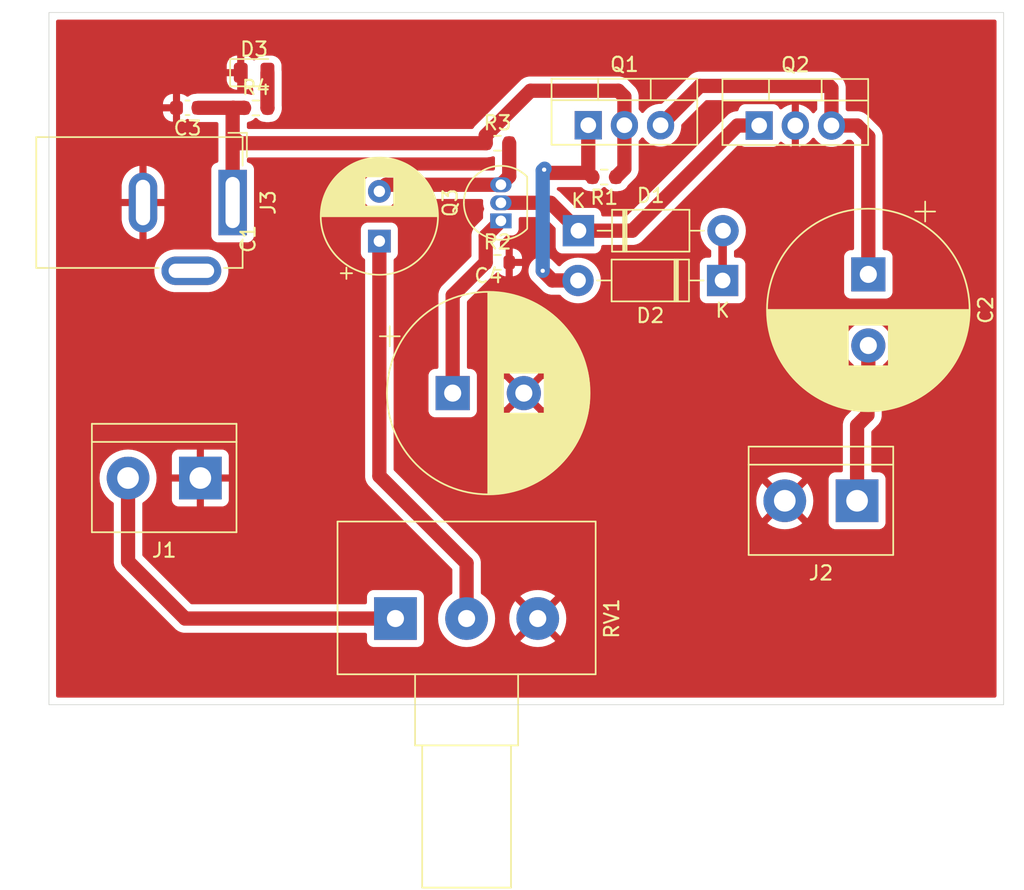
<source format=kicad_pcb>
(kicad_pcb (version 20240108) (generator "pcbnew") (generator_version "8.0")
  (layers (0 "F.Cu" signal) (31 "B.Cu" signal) (34 "B.Paste" user) (35 "F.Paste" user) (36 "B.SilkS" user "B.Silkscreen") (37 "F.SilkS" user "F.Silkscreen") (38 "B.Mask" user) (39 "F.Mask" user) (44 "Edge.Cuts" user))
  (net 0 "")
  (net 1 "Net-(Q3-B)")
  (net 2 "Net-(C1-Pad1)")
  (net 3 "Net-(J2-Pin_1)")
  (net 4 "Net-(Q1-E)")
  (net 5 "+5V")
  (net 6 "GND")
  (net 7 "Net-(D1-K)")
  (net 8 "Net-(D1-A)")
  (net 9 "Net-(D2-A)")
  (net 10 "Net-(D3-A)")
  (net 11 "Net-(Q3-E)")
  (net 12 "Net-(J1-Pin_2)")
  (footprint "Connector_BarrelJack:BarrelJack_GCT_DCJ200-10-A_Horizontal" (layer "F.Cu") (at 162.18 106.18 -90)
    (property "Reference" "J3" (at 0 -2.5 90) (layer "F.SilkS"))
    (property "Value" "Jack-DC")
    (pad "1" thru_hole rect (at 0 0 270) (size 4.6 2) (drill oval 3.6 1) (layers "*.Cu" "*.Mask") (net 5 "+5V"))
    (pad "2" thru_hole oval (at 0 6.3 270) (size 4.2 2) (drill oval 3.2 1) (layers "*.Cu" "*.Mask") (net 6 "GND"))
    (pad "3" thru_hole oval (at 4.8 2.9 270) (size 2 4.2) (drill oval 1 3.2) (layers "*.Cu" "*.Mask"))
  )
  (footprint "Resistor_SMD:R_0603_1608Metric" (layer "F.Cu") (at 188.29 104.39 180)
    (property "Reference" "R1" (at 0 -1.43 360) (layer "F.SilkS"))
    (property "Value" "1K")
    (pad "1" smd roundrect (at -0.825 0 180) (size 0.8 0.95) (layers "F.Cu" "F.Paste" "F.Mask") (net 5 "+5V"))
    (pad "2" smd roundrect (at 0.825 0 180) (size 0.8 0.95) (layers "F.Cu" "F.Paste" "F.Mask") (net 9 "Net-(D2-A)"))
  )
  (footprint "TerminalBlock:TerminalBlock_bornier-2_P5.08mm" (layer "F.Cu") (at 206.06 127.15 180)
    (property "Reference" "J2" (at 2.54 -5.08 360) (layer "F.SilkS"))
    (property "Value" "Screw_Terminal_01x02")
    (pad "1" thru_hole rect (at 0 0 180) (size 3 3) (drill 1.52) (layers "*.Cu" "*.Mask") (net 3 "Net-(J2-Pin_1)"))
    (pad "2" thru_hole circle (at 5.08 0 180) (size 3 3) (drill 1.52) (layers "*.Cu" "*.Mask") (net 6 "GND"))
  )
  (footprint "Capacitor_SMD:C_0603_1608Metric" (layer "F.Cu") (at 159.01 99.52 180)
    (property "Reference" "C3" (at 0 -1.43 360) (layer "F.SilkS"))
    (property "Value" "100nF")
    (pad "1" smd roundrect (at -0.775 0 180) (size 0.9 0.95) (layers "F.Cu" "F.Paste" "F.Mask") (net 5 "+5V"))
    (pad "2" smd roundrect (at 0.775 0 180) (size 0.9 0.95) (layers "F.Cu" "F.Paste" "F.Mask") (net 6 "GND"))
  )
  (footprint "Diode_THT:D_DO-41_SOD81_P10.16mm_Horizontal" (layer "F.Cu") (at 186.48 108.16)
    (property "Reference" "D1" (at 5.08 -2.47 360) (layer "F.SilkS"))
    (property "Value" "1N4001")
    (fp_text user "K" (at 0 -2.1 360) (layer "F.SilkS"))
    (pad "1" thru_hole rect (at 0 0) (size 2.2 2.2) (drill 1.1) (layers "*.Cu" "*.Mask") (net 7 "Net-(D1-K)"))
    (pad "2" thru_hole oval (at 10.16 0) (size 2.2 2.2) (drill 1.1) (layers "*.Cu" "*.Mask") (net 8 "Net-(D1-A)"))
  )
  (footprint "Capacitor_THT:CP_Radial_D8.0mm_P3.50mm" (layer "F.Cu") (at 172.49 108.892651 90)
    (property "Reference" "C1" (at 0.15 -9.22 90) (layer "F.SilkS"))
    (property "Value" "1uF")
    (pad "1" thru_hole rect (at 0 0 90) (size 1.6 1.6) (drill 0.8) (layers "*.Cu" "*.Mask") (net 2 "Net-(C1-Pad1)"))
    (pad "2" thru_hole circle (at 3.5 0 90) (size 1.6 1.6) (drill 0.8) (layers "*.Cu" "*.Mask") (net 1 "Net-(Q3-B)"))
  )
  (footprint "Capacitor_THT:CP_Radial_D14.0mm_P5.00mm" (layer "F.Cu") (at 206.85 111.232272 -90)
    (property "Reference" "C2" (at 2.5 -8.25 90) (layer "F.SilkS"))
    (property "Value" "220uF")
    (pad "1" thru_hole rect (at 0 0 270) (size 2.4 2.4) (drill 1.2) (layers "*.Cu" "*.Mask") (net 4 "Net-(Q1-E)"))
    (pad "2" thru_hole circle (at 5 0 270) (size 2.4 2.4) (drill 1.2) (layers "*.Cu" "*.Mask") (net 3 "Net-(J2-Pin_1)"))
  )
  (footprint "TerminalBlock:TerminalBlock_bornier-2_P5.08mm" (layer "F.Cu") (at 159.91 125.55 180)
    (property "Reference" "J1" (at 2.54 -5.08 360) (layer "F.SilkS"))
    (property "Value" "Screw_Terminal_01x02")
    (pad "1" thru_hole rect (at 0 0 180) (size 3 3) (drill 1.52) (layers "*.Cu" "*.Mask") (net 6 "GND"))
    (pad "2" thru_hole circle (at 5.08 0 180) (size 3 3) (drill 1.52) (layers "*.Cu" "*.Mask") (net 12 "Net-(J1-Pin_2)"))
  )
  (footprint "Diode_THT:D_DO-41_SOD81_P10.16mm_Horizontal" (layer "F.Cu") (at 196.61 111.66 180)
    (property "Reference" "D2" (at 5.08 -2.47 360) (layer "F.SilkS"))
    (property "Value" "1N4001")
    (fp_text user "K" (at 0 -2.1 360) (layer "F.SilkS"))
    (pad "1" thru_hole rect (at 0 0 180) (size 2.2 2.2) (drill 1.1) (layers "*.Cu" "*.Mask") (net 8 "Net-(D1-A)"))
    (pad "2" thru_hole oval (at 10.16 0 180) (size 2.2 2.2) (drill 1.1) (layers "*.Cu" "*.Mask") (net 9 "Net-(D2-A)"))
  )
  (footprint "Package_TO_SOT_THT:TO-220-3_Vertical" (layer "F.Cu") (at 199.18 100.765)
    (property "Reference" "Q2" (at 2.54 -4.27 0) (layer "F.SilkS"))
    (property "Value" "BD244")
    (pad "1" thru_hole rect (at 0 0) (size 1.905 2) (drill 1.1) (layers "*.Cu" "*.Mask") (net 7 "Net-(D1-K)"))
    (pad "2" thru_hole oval (at 2.54 0) (size 1.905 2) (drill 1.1) (layers "*.Cu" "*.Mask") (net 6 "GND"))
    (pad "3" thru_hole oval (at 5.08 0) (size 1.905 2) (drill 1.1) (layers "*.Cu" "*.Mask") (net 4 "Net-(Q1-E)"))
  )
  (footprint "Capacitor_THT:CP_Radial_D14.0mm_P5.00mm" (layer "F.Cu") (at 177.642272 119.58)
    (property "Reference" "C4" (at 2.5 -8.25 0) (layer "F.SilkS"))
    (property "Value" "220uF")
    (pad "1" thru_hole rect (at 0 0) (size 2.4 2.4) (drill 1.2) (layers "*.Cu" "*.Mask") (net 11 "Net-(Q3-E)"))
    (pad "2" thru_hole circle (at 5 0) (size 2.4 2.4) (drill 1.2) (layers "*.Cu" "*.Mask") (net 6 "GND"))
  )
  (footprint "Resistor_SMD:R_0603_1608Metric" (layer "F.Cu") (at 163.81 99.53)
    (property "Reference" "R4" (at 0 -1.43 0) (layer "F.SilkS"))
    (property "Value" "1K")
    (pad "1" smd roundrect (at -0.825 0) (size 0.8 0.95) (layers "F.Cu" "F.Paste" "F.Mask") (net 5 "+5V"))
    (pad "2" smd roundrect (at 0.825 0) (size 0.8 0.95) (layers "F.Cu" "F.Paste" "F.Mask") (net 10 "Net-(D3-A)"))
  )
  (footprint "LED_SMD:LED_0805_2012Metric" (layer "F.Cu") (at 163.6875 97.05)
    (property "Reference" "D3" (at 0 -1.65 0) (layer "F.SilkS"))
    (property "Value" "LED_Small")
    (pad "1" smd roundrect (at -0.9375 0) (size 0.975 1.4) (layers "F.Cu" "F.Paste" "F.Mask") (net 6 "GND"))
    (pad "2" smd roundrect (at 0.9375 0) (size 0.975 1.4) (layers "F.Cu" "F.Paste" "F.Mask") (net 10 "Net-(D3-A)"))
  )
  (footprint "Package_TO_SOT_THT:TO-220-3_Vertical" (layer "F.Cu") (at 187.17 100.745)
    (property "Reference" "Q1" (at 2.54 -4.27 0) (layer "F.SilkS"))
    (property "Value" "BD907")
    (pad "1" thru_hole rect (at 0 0) (size 1.905 2) (drill 1.1) (layers "*.Cu" "*.Mask") (net 9 "Net-(D2-A)"))
    (pad "2" thru_hole oval (at 2.54 0) (size 1.905 2) (drill 1.1) (layers "*.Cu" "*.Mask") (net 5 "+5V"))
    (pad "3" thru_hole oval (at 5.08 0) (size 1.905 2) (drill 1.1) (layers "*.Cu" "*.Mask") (net 4 "Net-(Q1-E)"))
  )
  (footprint "Potentiometer_THT:Potentiometer_Alps_RK163_Single_Horizontal" (layer "F.Cu") (at 173.62 135.43 90)
    (property "Reference" "RV1" (at 0 15.2 90) (layer "F.SilkS"))
    (property "Value" "10K")
    (pad "1" thru_hole rect (at 0 0 270) (size 3 3) (drill 1.2) (layers "*.Cu" "*.Mask") (net 12 "Net-(J1-Pin_2)"))
    (pad "2" thru_hole circle (at 0 5 270) (size 3 3) (drill 1.2) (layers "*.Cu" "*.Mask") (net 2 "Net-(C1-Pad1)"))
    (pad "3" thru_hole circle (at 0 10 270) (size 3 3) (drill 1.2) (layers "*.Cu" "*.Mask") (net 6 "GND"))
  )
  (footprint "Resistor_SMD:R_0603_1608Metric" (layer "F.Cu") (at 180.79 102.01)
    (property "Reference" "R3" (at 0 -1.43 0) (layer "F.SilkS"))
    (property "Value" "150K")
    (pad "1" smd roundrect (at -0.825 0) (size 0.8 0.95) (layers "F.Cu" "F.Paste" "F.Mask") (net 5 "+5V"))
    (pad "2" smd roundrect (at 0.825 0) (size 0.8 0.95) (layers "F.Cu" "F.Paste" "F.Mask") (net 1 "Net-(Q3-B)"))
  )
  (footprint "Resistor_SMD:R_0603_1608Metric" (layer "F.Cu") (at 180.79 110.39)
    (property "Reference" "R2" (at 0 -1.43 0) (layer "F.SilkS"))
    (property "Value" "100R")
    (pad "1" smd roundrect (at -0.825 0) (size 0.8 0.95) (layers "F.Cu" "F.Paste" "F.Mask") (net 11 "Net-(Q3-E)"))
    (pad "2" smd roundrect (at 0.825 0) (size 0.8 0.95) (layers "F.Cu" "F.Paste" "F.Mask") (net 6 "GND"))
  )
  (footprint "Package_TO_SOT_THT:TO-92_Inline" (layer "F.Cu") (at 181.03 107.47 90)
    (property "Reference" "Q3" (at 1.27 -3.56 90) (layer "F.SilkS"))
    (property "Value" "2SC1815")
    (pad "1" thru_hole rect (at 0 0 90) (size 1.05 1.5) (drill 0.75) (layers "*.Cu" "*.Mask") (net 11 "Net-(Q3-E)"))
    (pad "2" thru_hole oval (at 1.27 0 90) (size 1.05 1.5) (drill 0.75) (layers "*.Cu" "*.Mask") (net 7 "Net-(D1-K)"))
    (pad "3" thru_hole oval (at 2.54 0 90) (size 1.05 1.5) (drill 0.75) (layers "*.Cu" "*.Mask") (net 1 "Net-(Q3-B)"))
  )
  (gr_rect (start 149.27 92.82) (end 216.36 141.49) (stroke (width 0.05)) (fill none) (layer "Edge.Cuts"))
  (segment (start 181.615 102.01) (end 181.615 104.345) (width 1) (layer "F.Cu") (net 1))
  (segment (start 181.03 104.93) (end 172.952651 104.93) (width 1) (layer "F.Cu") (net 1))
  (segment (start 172.952651 104.93) (end 172.49 105.392651) (width 1) (layer "F.Cu") (net 1))
  (segment (start 181.615 104.345) (end 181.03 104.93) (width 1) (layer "F.Cu") (net 1))
  (segment (start 172.49 108.892651) (end 172.49 125.41) (width 1) (layer "F.Cu") (net 2))
  (segment (start 172.49 125.41) (end 178.62 131.54) (width 1) (layer "F.Cu") (net 2))
  (segment (start 178.62 131.54) (end 178.62 135.43) (width 1) (layer "F.Cu") (net 2))
  (segment (start 206.79 120.31) (end 206.85 120.25) (width 1) (layer "F.Cu") (net 3))
  (segment (start 206.79 121.12) (end 206.79 120.31) (width 1) (layer "F.Cu") (net 3))
  (segment (start 206.06 127.15) (end 206.06 121.85) (width 1) (layer "F.Cu") (net 3))
  (segment (start 206.85 120.25) (end 206.85 116.232272) (width 1) (layer "F.Cu") (net 3))
  (segment (start 206.06 121.85) (end 206.79 121.12) (width 1) (layer "F.Cu") (net 3))
  (segment (start 195.015 97.98) (end 192.25 100.745) (width 1) (layer "F.Cu") (net 4))
  (segment (start 204.26 100.765) (end 206.065 100.765) (width 1) (layer "F.Cu") (net 4))
  (segment (start 206.065 100.765) (end 206.85 101.55) (width 1) (layer "F.Cu") (net 4))
  (segment (start 206.85 101.55) (end 206.85 111.232272) (width 1) (layer "F.Cu") (net 4))
  (segment (start 204.1 97.98) (end 195.015 97.98) (width 1) (layer "F.Cu") (net 4))
  (segment (start 204.26 98.14) (end 204.1 97.98) (width 1) (layer "F.Cu") (net 4))
  (segment (start 204.26 100.765) (end 204.26 98.14) (width 1) (layer "F.Cu") (net 4))
  (segment (start 183.11 98.32) (end 189.285 98.32) (width 1) (layer "F.Cu") (net 5))
  (segment (start 162.18 99.56) (end 162.22 99.52) (width 1) (layer "F.Cu") (net 5))
  (segment (start 189.285 98.32) (end 189.71 98.745) (width 1) (layer "F.Cu") (net 5))
  (segment (start 162.65 102.01) (end 179.965 102.01) (width 1) (layer "F.Cu") (net 5))
  (segment (start 189.71 98.745) (end 189.71 100.745) (width 1) (layer "F.Cu") (net 5))
  (segment (start 162.18 101.54) (end 162.18 99.56) (width 1) (layer "F.Cu") (net 5))
  (segment (start 189.71 103.795) (end 189.115 104.39) (width 1) (layer "F.Cu") (net 5))
  (segment (start 189.71 100.745) (end 189.71 103.795) (width 1) (layer "F.Cu") (net 5))
  (segment (start 159.785 99.52) (end 162.22 99.52) (width 1) (layer "F.Cu") (net 5))
  (segment (start 162.975 99.52) (end 162.985 99.53) (width 1) (layer "F.Cu") (net 5))
  (segment (start 162.18 106.18) (end 162.18 101.54) (width 1) (layer "F.Cu") (net 5))
  (segment (start 179.965 101.465) (end 183.11 98.32) (width 1) (layer "F.Cu") (net 5))
  (segment (start 162.22 99.52) (end 162.975 99.52) (width 1) (layer "F.Cu") (net 5))
  (segment (start 162.18 101.54) (end 162.65 102.01) (width 1) (layer "F.Cu") (net 5))
  (segment (start 179.965 102.01) (end 179.965 101.465) (width 1) (layer "F.Cu") (net 5))
  (segment (start 184.52 106.2) (end 186.48 108.16) (width 1) (layer "F.Cu") (net 7))
  (segment (start 181.03 106.2) (end 184.52 106.2) (width 1) (layer "F.Cu") (net 7))
  (segment (start 190.26 108.16) (end 197.655 100.765) (width 1) (layer "F.Cu") (net 7))
  (segment (start 186.48 108.16) (end 190.26 108.16) (width 1) (layer "F.Cu") (net 7))
  (segment (start 197.655 100.765) (end 199.18 100.765) (width 1) (layer "F.Cu") (net 7))
  (segment (start 199.18 100.765) (end 198.945 100.765) (width 0.6) (layer "F.Cu") (net 7))
  (segment (start 196.61 108.19) (end 196.64 108.16) (width 0.6) (layer "F.Cu") (net 8))
  (segment (start 196.61 111.66) (end 196.61 108.19) (width 0.6) (layer "F.Cu") (net 8))
  (segment (start 187.17 104.095) (end 187.465 104.39) (width 1) (layer "F.Cu") (net 9))
  (segment (start 187.17 100.745) (end 187.17 104.095) (width 1) (layer "F.Cu") (net 9))
  (segment (start 187.17 104.095) (end 184.295 104.095) (width 1) (layer "F.Cu") (net 9))
  (segment (start 184.295 104.095) (end 184.07 103.87) (width 1) (layer "F.Cu") (net 9))
  (segment (start 186.45 111.66) (end 184.65 111.66) (width 1) (layer "F.Cu") (net 9))
  (segment (start 184.65 111.66) (end 183.97 110.98) (width 1) (layer "F.Cu") (net 9))
  (via (at 184.07 103.87) (size 0.6) (drill 0.3) (layers "F.Cu" "B.Cu") (net 9))
  (via (at 183.97 110.98) (size 0.6) (drill 0.3) (layers "F.Cu" "B.Cu") (net 9))
  (segment (start 183.97 103.93) (end 184.1 103.8) (width 1) (layer "B.Cu") (net 9))
  (segment (start 183.97 110.98) (end 183.97 103.93) (width 1) (layer "B.Cu") (net 9))
  (segment (start 164.625 99.52) (end 164.635 99.53) (width 1) (layer "F.Cu") (net 10))
  (segment (start 164.625 97.05) (end 164.625 99.52) (width 1) (layer "F.Cu") (net 10))
  (segment (start 177.642272 112.712728) (end 179.965 110.39) (width 1) (layer "F.Cu") (net 11))
  (segment (start 177.642272 119.58) (end 177.642272 112.712728) (width 1) (layer "F.Cu") (net 11))
  (segment (start 179.965 108.535) (end 181.03 107.47) (width 1) (layer "F.Cu") (net 11))
  (segment (start 179.965 110.39) (end 179.965 108.535) (width 1) (layer "F.Cu") (net 11))
  (segment (start 158.84 135.43) (end 173.62 135.43) (width 1) (layer "F.Cu") (net 12))
  (segment (start 154.83 131.42) (end 158.84 135.43) (width 1) (layer "F.Cu") (net 12))
  (segment (start 154.83 125.55) (end 154.83 131.42) (width 1) (layer "F.Cu") (net 12))
  (zone (net 6) (net_name "GND") (layer "F.Cu") (connect_pads (clearance 0.5)) (min_thickness 0.25) (fill yes (thermal_gap 0.5) (thermal_bridge_width 0.5))
    (polygon (pts (xy 216.77 91.94) (xy 216.68 92.05) (xy 217.8 142.93) (xy 147.63 142.38) (xy 148.09 92.42) (xy 216.68 92.08)))
  )
)
</source>
